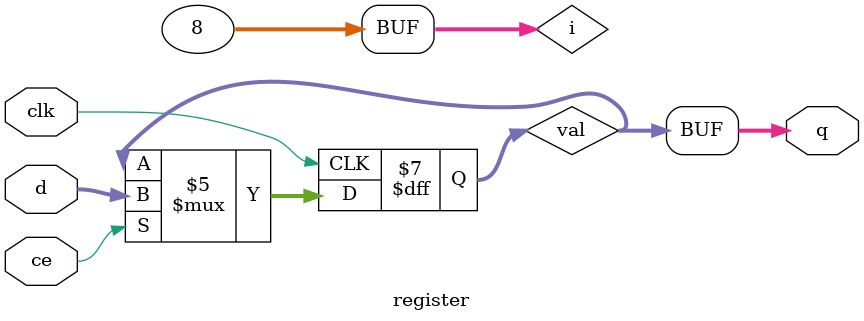
<source format=v>
`timescale 1ns / 1ps


module register #
(
    parameter N=8 // szerokoæ szyny danych
)
(
    input clk, // zegar
    input ce, // w³¹czanie/wy³¹czanie rejestru 'register'
    input [N-1:0]d, // dane wejciowe (N bitów)
    output [N-1:0]q // dane wyjciowe (N bitów)
);

reg [N-1:0]val; // rejestr pomocniczy

// inicjalizacja rejestru 'val'
integer i;
initial
begin
    for(i=0;i<N;i=i+1)
    begin
        val[i]<=1'b0;
    end
end

// logika rejestru 'register'
always @(posedge clk)
begin
    if(ce) val<=d;
    else val<=val;
end

assign q=val;

endmodule

</source>
